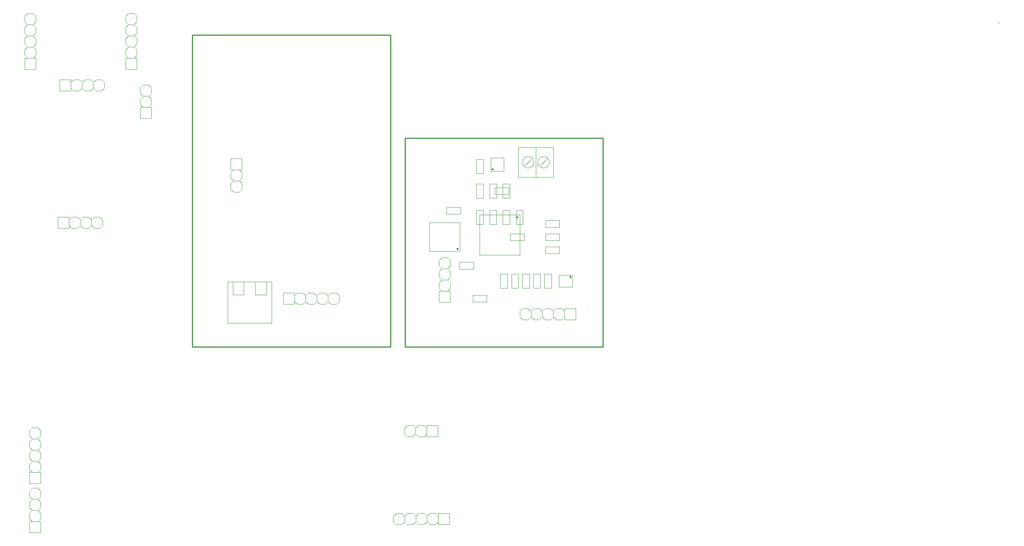
<source format=gbr>
%TF.GenerationSoftware,Altium Limited,Altium Designer,22.10.1 (41)*%
G04 Layer_Color=16711935*
%FSLAX44Y44*%
%MOMM*%
%TF.SameCoordinates,2DC90FC9-1629-497B-A590-D759EEAB8EEE*%
%TF.FilePolarity,Positive*%
%TF.FileFunction,Other,Mechanical_1*%
%TF.Part,CustomerPanel*%
G01*
G75*
%TA.AperFunction,NonConductor*%
%ADD80C,0.0500*%
%ADD161C,0.1000*%
%TA.AperFunction,OtherPad,Free Pad (124.4mm,82.45mm)*%
%ADD162C,0.5000*%
%TA.AperFunction,OtherPad,Free Pad (118.8mm,93.35mm)*%
%ADD163C,0.5000*%
%TA.AperFunction,OtherPad,Free Pad (110.9mm,75.25mm)*%
%ADD164C,0.5000*%
%TA.AperFunction,OtherPad,Free Pad (136.5mm,68.85mm)*%
%ADD165C,0.5000*%
%TA.AperFunction,NonConductor*%
%ADD166C,0.2540*%
D80*
X1089900Y125550D02*
X1064500D01*
Y150950D01*
X1089900Y125550D02*
Y150950D01*
X1058150Y125550D02*
X1064500Y131900D01*
X1058150Y125550D02*
X1045450D01*
X1039100Y131900D01*
Y144600D01*
X1045450Y150950D01*
X1058150D02*
X1045450D01*
X1064500Y144600D02*
X1058150Y150950D01*
X1089900D02*
X1064500D01*
X1039100Y144600D02*
X1032750Y150950D01*
X1020050D01*
X1013700Y144600D02*
X1020050Y150950D01*
X1013700Y131900D02*
Y144600D01*
X1020050Y125550D02*
X1013700Y131900D01*
X1032750Y125550D02*
X1020050D01*
X1032750D02*
X1039100Y131900D01*
X1007350Y125550D02*
X1013700Y131900D01*
X1007350Y125550D02*
X994650D01*
X988300Y131900D01*
Y144600D01*
X994650Y150950D01*
X1007350D02*
X994650D01*
X1013700Y144600D02*
X1007350Y150950D01*
X988300Y144600D02*
X981950Y150950D01*
X969250D01*
X962900Y144600D02*
X969250Y150950D01*
X962900Y131900D02*
Y144600D01*
X969250Y125550D02*
X962900Y131900D01*
X981950Y125550D02*
X969250D01*
X981950D02*
X988300Y131900D01*
X1006950Y325550D02*
X1013300Y331900D01*
X1006950Y325550D02*
X994250D01*
X987900Y331900D01*
Y344600D01*
X994250Y350950D01*
X1006950D02*
X994250D01*
X1013300Y344600D02*
X1006950Y350950D01*
X1064100D02*
X1038700D01*
Y344600D02*
X1032350Y350950D01*
X1019650D01*
X1013300Y344600D02*
X1019650Y350950D01*
X1013300Y331900D02*
Y344600D01*
X1019650Y325550D02*
X1013300Y331900D01*
X1032350Y325550D02*
X1019650D01*
X1032350D02*
X1038700Y331900D01*
X1064100Y325550D02*
Y350950D01*
X1038700Y325550D02*
Y350950D01*
X1064100Y325550D02*
X1038700D01*
D161*
X1317000Y949500D02*
G03*
X1317000Y949500I-13000J0D01*
G01*
X1282000D02*
G03*
X1282000Y949500I-13000J0D01*
G01*
X1249716Y738784D02*
Y830218D01*
X1158282Y738784D02*
X1249716D01*
X1158282D02*
Y830218D01*
X1249716D01*
X1151250Y840500D02*
X1166750D01*
X1151250Y808500D02*
X1166750D01*
X1151250D02*
Y840500D01*
X1166750Y808500D02*
Y840500D01*
X1184002Y929497D02*
Y959498D01*
X1214003D01*
Y929497D02*
Y959498D01*
X1184002Y929497D02*
X1214003D01*
X1308000Y771750D02*
X1340000D01*
X1308000Y787250D02*
X1340000D01*
Y771750D02*
Y787250D01*
X1308000Y771750D02*
Y787250D01*
X1226750Y868500D02*
Y900500D01*
X1211250Y868500D02*
Y900500D01*
X1226750D01*
X1211250Y868500D02*
X1226750D01*
X1113801Y747001D02*
Y812001D01*
X1044201D02*
X1113801D01*
X1044201Y747001D02*
Y812001D01*
Y747001D02*
X1113801D01*
X1280850Y663500D02*
Y695500D01*
X1296350Y663500D02*
Y695500D01*
X1280850Y663500D02*
X1296350D01*
X1280850Y695500D02*
X1296350D01*
X1268750Y591800D02*
X1275100Y598150D01*
X1256050Y591800D02*
X1268750D01*
X1249700Y598150D02*
X1256050Y591800D01*
X1249700Y598150D02*
Y610850D01*
X1256050Y617200D01*
X1268750D01*
X1275100Y610850D01*
X1294150Y617200D02*
X1300500Y610850D01*
X1281450Y617200D02*
X1294150D01*
X1275100Y610850D02*
X1281450Y617200D01*
X1275100Y598150D02*
Y610850D01*
Y598150D02*
X1281450Y591800D01*
X1294150D01*
X1300500Y598150D01*
X1319550Y591800D02*
X1325900Y598150D01*
X1306850Y591800D02*
X1319550D01*
X1300500Y598150D02*
X1306850Y591800D01*
X1300500Y598150D02*
Y610850D01*
X1306850Y617200D01*
X1319550D01*
X1325900Y610850D01*
X1351300Y617200D02*
X1376700D01*
X1344950D02*
X1351300Y610850D01*
X1332250Y617200D02*
X1344950D01*
X1325900Y610850D02*
X1332250Y617200D01*
X1325900Y598150D02*
Y610850D01*
Y598150D02*
X1332250Y591800D01*
X1344950D01*
X1351300Y598150D01*
X1376700Y591800D02*
Y617200D01*
X1351300Y591800D02*
Y617200D01*
Y591800D02*
X1376700D01*
X1166750Y868500D02*
Y900500D01*
X1151250Y868500D02*
Y900500D01*
X1166750D01*
X1151250Y868500D02*
X1166750D01*
X1197250D02*
Y900500D01*
X1181750Y868500D02*
Y900500D01*
X1197250D01*
X1181750Y868500D02*
X1197250D01*
X1193000Y892250D02*
X1225000D01*
X1193000Y876750D02*
X1225000D01*
Y892250D01*
X1193000Y876750D02*
Y892250D01*
X1326500Y915500D02*
Y983500D01*
X1246500Y915500D02*
Y983500D01*
X1326500D01*
X1246500Y915500D02*
X1326500D01*
X1295181Y940191D02*
X1312819Y958809D01*
X1260181Y940191D02*
X1277819Y958809D01*
X1286500Y915500D02*
Y983500D01*
X1306250Y695500D02*
X1321750D01*
X1306250Y663500D02*
X1321750D01*
Y695500D01*
X1306250Y663500D02*
Y695500D01*
X1085350Y707600D02*
X1091700Y713950D01*
Y726650D01*
X1085350Y733000D02*
X1091700Y726650D01*
X1072650Y733000D02*
X1085350D01*
X1066300Y726650D02*
X1072650Y733000D01*
X1066300Y713950D02*
Y726650D01*
Y713950D02*
X1072650Y707600D01*
X1066300Y688550D02*
X1072650Y682200D01*
X1066300Y688550D02*
Y701250D01*
X1072650Y707600D01*
X1085350D01*
X1091700Y701250D01*
Y688550D02*
Y701250D01*
X1085350Y682200D02*
X1091700Y688550D01*
Y631400D02*
Y656800D01*
X1085350D02*
X1091700Y663150D01*
Y675850D01*
X1085350Y682200D02*
X1091700Y675850D01*
X1072650Y682200D02*
X1085350D01*
X1066300Y675850D02*
X1072650Y682200D01*
X1066300Y663150D02*
Y675850D01*
Y663150D02*
X1072650Y656800D01*
X1066300Y631400D02*
X1091700D01*
X1066300Y656800D02*
X1091700D01*
X1066300Y631400D02*
Y656800D01*
X1228000Y771750D02*
X1260000D01*
X1228000Y787250D02*
X1260000D01*
X1228000Y771750D02*
Y787250D01*
X1260000Y771750D02*
Y787250D01*
X1256750Y808500D02*
Y840500D01*
X1241250Y808500D02*
Y840500D01*
Y808500D02*
X1256750D01*
X1241250Y840500D02*
X1256750D01*
X1226750Y808500D02*
Y840500D01*
X1211250Y808500D02*
Y840500D01*
Y808500D02*
X1226750D01*
X1211250Y840500D02*
X1226750D01*
X1196750Y808500D02*
Y840500D01*
X1181250Y808500D02*
Y840500D01*
Y808500D02*
X1196750D01*
X1181250Y840500D02*
X1196750D01*
X1206250Y695500D02*
X1221750D01*
X1206250Y663500D02*
X1221750D01*
Y695500D01*
X1206250Y663500D02*
Y695500D01*
X1083000Y831750D02*
X1115000D01*
X1083000Y847250D02*
X1115000D01*
Y831750D02*
Y847250D01*
X1083000Y831750D02*
Y847250D01*
X1340000Y741750D02*
Y757250D01*
X1308000Y741750D02*
Y757250D01*
Y741750D02*
X1340000D01*
X1308000Y757250D02*
X1340000D01*
X1113000Y722250D02*
X1145000D01*
X1113000Y706750D02*
X1145000D01*
X1113000D02*
Y722250D01*
X1145000Y706750D02*
Y722250D01*
X1143000Y631750D02*
X1175000D01*
X1143000Y647250D02*
X1175000D01*
Y631750D02*
Y647250D01*
X1143000Y631750D02*
Y647250D01*
X1151250Y924500D02*
X1166750D01*
X1151250Y956500D02*
X1166750D01*
X1151250Y924500D02*
Y956500D01*
X1166750Y924500D02*
Y956500D01*
X1256250Y695500D02*
X1271750D01*
X1256250Y663500D02*
X1271750D01*
Y695500D01*
X1256250Y663500D02*
Y695500D01*
X1340000Y801750D02*
Y817250D01*
X1308000Y801750D02*
Y817250D01*
Y801750D02*
X1340000D01*
X1308000Y817250D02*
X1340000D01*
X1338800Y692700D02*
X1369200D01*
X1338800Y666300D02*
Y692700D01*
Y666300D02*
X1369200D01*
Y692700D01*
X1231250Y695500D02*
X1246750D01*
X1231250Y663500D02*
X1246750D01*
Y695500D01*
X1231250Y663500D02*
Y695500D01*
X387300Y1074800D02*
Y1049400D01*
X412700Y1074800D02*
X387300D01*
X412700Y1049400D02*
X387300D01*
X393650Y1074800D02*
X387300Y1081150D01*
Y1093850D02*
Y1081150D01*
X393650Y1100200D02*
X387300Y1093850D01*
X406350Y1100200D02*
X393650D01*
X412700Y1093850D02*
X406350Y1100200D01*
X412700Y1093850D02*
Y1081150D01*
X406350Y1074800D01*
X412700D02*
Y1049400D01*
Y1106550D02*
X406350Y1100200D01*
X412700Y1119250D02*
Y1106550D01*
Y1119250D02*
X406350Y1125600D01*
X393650D01*
X387300Y1119250D01*
Y1106550D01*
X393650Y1100200D02*
X387300Y1106550D01*
X282350Y825200D02*
X276000Y818850D01*
X295050Y825200D02*
X282350D01*
X301400Y818850D02*
X295050Y825200D01*
X301400Y818850D02*
Y806150D01*
X295050Y799800D01*
X282350D01*
X276000Y806150D01*
X256950Y799800D02*
X250600Y806150D01*
X269650Y799800D02*
X256950D01*
X276000Y806150D02*
X269650Y799800D01*
X276000Y818850D02*
Y806150D01*
Y818850D02*
X269650Y825200D01*
X256950D01*
X250600Y818850D01*
X225200Y825200D02*
X199800D01*
X231550D02*
X225200Y818850D01*
X244250Y825200D02*
X231550D01*
X250600Y818850D02*
X244250Y825200D01*
X250600Y818850D02*
Y806150D01*
X244250Y799800D01*
X231550D01*
X225200Y806150D01*
X199800Y825200D02*
Y799800D01*
X225200Y825200D02*
Y799800D01*
X199800D01*
X287070Y1112300D02*
X280720Y1118650D01*
X299770Y1112300D02*
X287070D01*
X306120Y1118650D02*
X299770Y1112300D01*
X306120Y1131350D02*
Y1118650D01*
Y1131350D02*
X299770Y1137700D01*
X287070D01*
X280720Y1131350D01*
X261670Y1137700D02*
X255320Y1131350D01*
X274370Y1137700D02*
X261670D01*
X280720Y1131350D02*
X274370Y1137700D01*
X280720Y1131350D02*
Y1118650D01*
X274370Y1112300D01*
X261670D01*
X255320Y1118650D01*
X229920Y1112300D02*
X204520D01*
X236270D02*
X229920Y1118650D01*
X248970Y1112300D02*
X236270D01*
X255320Y1118650D02*
X248970Y1112300D01*
X255320Y1131350D02*
Y1118650D01*
Y1131350D02*
X248970Y1137700D01*
X236270D01*
X229920Y1131350D01*
X204520Y1137700D02*
Y1112300D01*
X229920Y1137700D02*
Y1112300D01*
Y1137700D02*
X204520D01*
X354550Y1186900D02*
Y1161500D01*
X379950Y1186900D02*
X354550D01*
X379950Y1161500D02*
X354550D01*
X360900Y1186900D02*
X354550Y1193250D01*
Y1205950D02*
Y1193250D01*
X360900Y1212300D02*
X354550Y1205950D01*
X373600Y1212300D02*
X360900D01*
X379950Y1205950D02*
X373600Y1212300D01*
X379950Y1205950D02*
Y1193250D01*
X373600Y1186900D01*
X379950D02*
Y1161500D01*
Y1218650D02*
X373600Y1212300D01*
X379950Y1231350D02*
Y1218650D01*
Y1231350D02*
X373600Y1237700D01*
X360900D01*
X354550Y1231350D01*
Y1218650D01*
X360900Y1212300D02*
X354550Y1218650D01*
X360900Y1237700D02*
X354550Y1244050D01*
Y1256750D02*
Y1244050D01*
X360900Y1263100D02*
X354550Y1256750D01*
X373600Y1263100D02*
X360900D01*
X379950Y1256750D02*
X373600Y1263100D01*
X379950Y1256750D02*
Y1244050D01*
X373600Y1237700D01*
X379950Y1269450D02*
X373600Y1263100D01*
X379950Y1282150D02*
Y1269450D01*
Y1282150D02*
X373600Y1288500D01*
X360900D01*
X354550Y1282150D01*
Y1269450D01*
X360900Y1263100D02*
X354550Y1269450D01*
X124800Y1186900D02*
Y1161500D01*
X150200Y1186900D02*
X124800D01*
X150200Y1161500D02*
X124800D01*
X131150Y1186900D02*
X124800Y1193250D01*
Y1205950D02*
Y1193250D01*
X131150Y1212300D02*
X124800Y1205950D01*
X143850Y1212300D02*
X131150D01*
X150200Y1205950D02*
X143850Y1212300D01*
X150200Y1205950D02*
Y1193250D01*
X143850Y1186900D01*
X150200D02*
Y1161500D01*
Y1218650D02*
X143850Y1212300D01*
X150200Y1231350D02*
Y1218650D01*
Y1231350D02*
X143850Y1237700D01*
X131150D01*
X124800Y1231350D01*
Y1218650D01*
X131150Y1212300D02*
X124800Y1218650D01*
X131150Y1237700D02*
X124800Y1244050D01*
Y1256750D02*
Y1244050D01*
X131150Y1263100D02*
X124800Y1256750D01*
X143850Y1263100D02*
X131150D01*
X150200Y1256750D02*
X143850Y1263100D01*
X150200Y1256750D02*
Y1244050D01*
X143850Y1237700D01*
X150200Y1269450D02*
X143850Y1263100D01*
X150200Y1282150D02*
Y1269450D01*
Y1282150D02*
X143850Y1288500D01*
X131150D01*
X124800Y1282150D01*
Y1269450D01*
X131150Y1263100D02*
X124800Y1269450D01*
X136050Y218600D02*
Y244000D01*
X161450D02*
X136050D01*
X161450Y218600D02*
X136050D01*
X142400Y244000D02*
X136050Y250350D01*
Y263050D01*
X142400Y269400D01*
X155100D02*
X142400D01*
X161450Y263050D02*
X155100Y269400D01*
X161450Y250350D02*
Y263050D01*
X155100Y244000D02*
X161450Y250350D01*
Y218600D02*
Y244000D01*
X155100Y269400D02*
X161450Y275750D01*
Y288450D01*
X155100Y294800D01*
X142400D01*
X136050Y288450D02*
X142400Y294800D01*
X136050Y275750D02*
Y288450D01*
X142400Y269400D02*
X136050Y275750D01*
X142400Y294800D02*
X136050Y301150D01*
Y313850D01*
X142400Y320200D01*
X155100D02*
X142400D01*
X161450Y313850D02*
X155100Y320200D01*
X161450Y301150D02*
Y313850D01*
X155100Y294800D02*
X161450Y301150D01*
X155100Y320200D02*
X161450Y326550D01*
Y339250D01*
X155100Y345600D01*
X142400D01*
X136050Y339250D02*
X142400Y345600D01*
X136050Y326550D02*
Y339250D01*
X142400Y320200D02*
X136050Y326550D01*
Y106699D02*
Y132099D01*
X161450D02*
X136050D01*
X161450Y106699D02*
X136050D01*
X142400Y132099D02*
X136050Y138449D01*
Y151149D01*
X142400Y157499D01*
X155100D02*
X142400D01*
X161450Y151149D02*
X155100Y157499D01*
X161450Y138449D02*
Y151149D01*
X155100Y132099D02*
X161450Y138449D01*
Y106699D02*
Y132099D01*
X155100Y157499D02*
X161450Y163849D01*
Y176549D01*
X155100Y182899D01*
X142400D01*
X136050Y176549D02*
X142400Y182899D01*
X136050Y163849D02*
Y176549D01*
X142400Y157499D02*
X136050Y163849D01*
X142400Y182899D02*
X136050Y189249D01*
Y201949D01*
X142400Y208299D01*
X155100D02*
X142400D01*
X161450Y201949D02*
X155100Y208299D01*
X161450Y189249D02*
Y201949D01*
X155100Y182899D02*
X161450Y189249D01*
X612350Y906800D02*
X618700Y900450D01*
Y887750D01*
X612350Y881400D01*
X599650D02*
X612350D01*
X593300Y887750D02*
X599650Y881400D01*
X593300Y900450D02*
Y887750D01*
X599650Y906800D02*
X593300Y900450D01*
Y957600D02*
Y932200D01*
X599650D02*
X593300Y925850D01*
Y913150D01*
X599650Y906800D01*
X612350D01*
X618700Y913150D02*
X612350Y906800D01*
X618700Y925850D02*
Y913150D01*
X612350Y932200D02*
X618700Y925850D01*
X593300Y957600D02*
X618700D01*
X593300Y932200D02*
X618700D01*
Y957600D02*
Y932200D01*
X585961Y583509D02*
X686036D01*
X585961Y677488D02*
X686036D01*
X598000Y648500D02*
X623000D01*
X649000D02*
X674000D01*
X585961Y677488D02*
Y583509D01*
X686036Y677488D02*
Y583509D01*
X598000Y677488D02*
Y648500D01*
X623000Y677500D02*
Y648500D01*
X649000Y677488D02*
Y648500D01*
X674000Y677488D02*
Y648500D01*
X820450Y652200D02*
X814100Y645850D01*
X820450Y652200D02*
X833150D01*
X839500Y645850D01*
Y633150D01*
X833150Y626800D01*
X820450D02*
X833150D01*
X814100Y633150D02*
X820450Y626800D01*
X788700Y633150D02*
X795050Y626800D01*
X807750D01*
X814100Y633150D02*
X807750Y626800D01*
X814100Y645850D02*
Y633150D01*
X807750Y652200D02*
X814100Y645850D01*
X795050Y652200D02*
X807750D01*
X795050D02*
X788700Y645850D01*
X769650Y652200D02*
X763300Y645850D01*
X769650Y652200D02*
X782350D01*
X788700Y645850D01*
Y633150D01*
X782350Y626800D01*
X769650D02*
X782350D01*
X763300Y633150D02*
X769650Y626800D01*
X712500D02*
X737900D01*
Y633150D02*
X744250Y626800D01*
X756950D01*
X763300Y633150D02*
X756950Y626800D01*
X763300Y645850D02*
Y633150D01*
X756950Y652200D02*
X763300Y645850D01*
X744250Y652200D02*
X756950D01*
X744250D02*
X737900Y645850D01*
X712500Y652200D02*
Y626800D01*
X737900Y652200D02*
Y626800D01*
X712500Y652200D02*
X737900D01*
D162*
X1244000Y824500D02*
D03*
D163*
X1188000Y933500D02*
D03*
D164*
X1109000Y752500D02*
D03*
D165*
X1365000Y688500D02*
D03*
D166*
X989000Y1004500D02*
X989000Y529500D01*
X1314000D02*
X1401500D01*
X1426500D02*
X1439000D01*
X1439000Y1004500D02*
X1439000Y529500D01*
X1401500D02*
X1426500D01*
X989000D02*
X1064000D01*
X1314000D01*
X2339000Y1267000D02*
X2339000Y1267000D01*
X989000Y1004500D02*
X1439000D01*
X956000Y1239500D02*
Y529500D01*
Y1239500D02*
X506000Y1239500D01*
Y529500D01*
X956000Y529500D02*
X506000Y529500D01*
%TF.MD5,c9516bddee6862e70d7bb676f69032da*%
M02*

</source>
